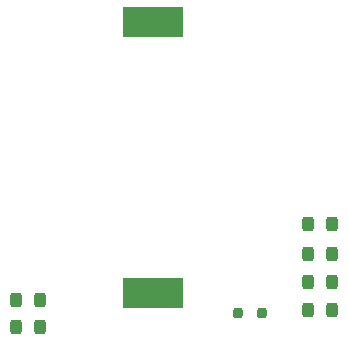
<source format=gbp>
G04 Layer_Color=128*
%FSLAX44Y44*%
%MOMM*%
G71*
G01*
G75*
G04:AMPARAMS|DCode=11|XSize=1mm|YSize=1.25mm|CornerRadius=0.25mm|HoleSize=0mm|Usage=FLASHONLY|Rotation=0.000|XOffset=0mm|YOffset=0mm|HoleType=Round|Shape=RoundedRectangle|*
%AMROUNDEDRECTD11*
21,1,1.0000,0.7500,0,0,0.0*
21,1,0.5000,1.2500,0,0,0.0*
1,1,0.5000,0.2500,-0.3750*
1,1,0.5000,-0.2500,-0.3750*
1,1,0.5000,-0.2500,0.3750*
1,1,0.5000,0.2500,0.3750*
%
%ADD11ROUNDEDRECTD11*%
G04:AMPARAMS|DCode=36|XSize=0.8mm|YSize=0.9mm|CornerRadius=0.2mm|HoleSize=0mm|Usage=FLASHONLY|Rotation=180.000|XOffset=0mm|YOffset=0mm|HoleType=Round|Shape=RoundedRectangle|*
%AMROUNDEDRECTD36*
21,1,0.8000,0.5000,0,0,180.0*
21,1,0.4000,0.9000,0,0,180.0*
1,1,0.4000,-0.2000,0.2500*
1,1,0.4000,0.2000,0.2500*
1,1,0.4000,0.2000,-0.2500*
1,1,0.4000,-0.2000,-0.2500*
%
%ADD36ROUNDEDRECTD36*%
%ADD38R,5.1000X2.5000*%
D11*
X19000Y55000D02*
D03*
X39000D02*
D03*
X19000Y78000D02*
D03*
X39000D02*
D03*
X266000Y93000D02*
D03*
X286000D02*
D03*
X266000Y69000D02*
D03*
X286000D02*
D03*
X266000Y142000D02*
D03*
X286000D02*
D03*
X266000Y117000D02*
D03*
X286000D02*
D03*
D36*
X227160Y67000D02*
D03*
X206840D02*
D03*
D38*
X134750Y83750D02*
D03*
Y312750D02*
D03*
M02*

</source>
